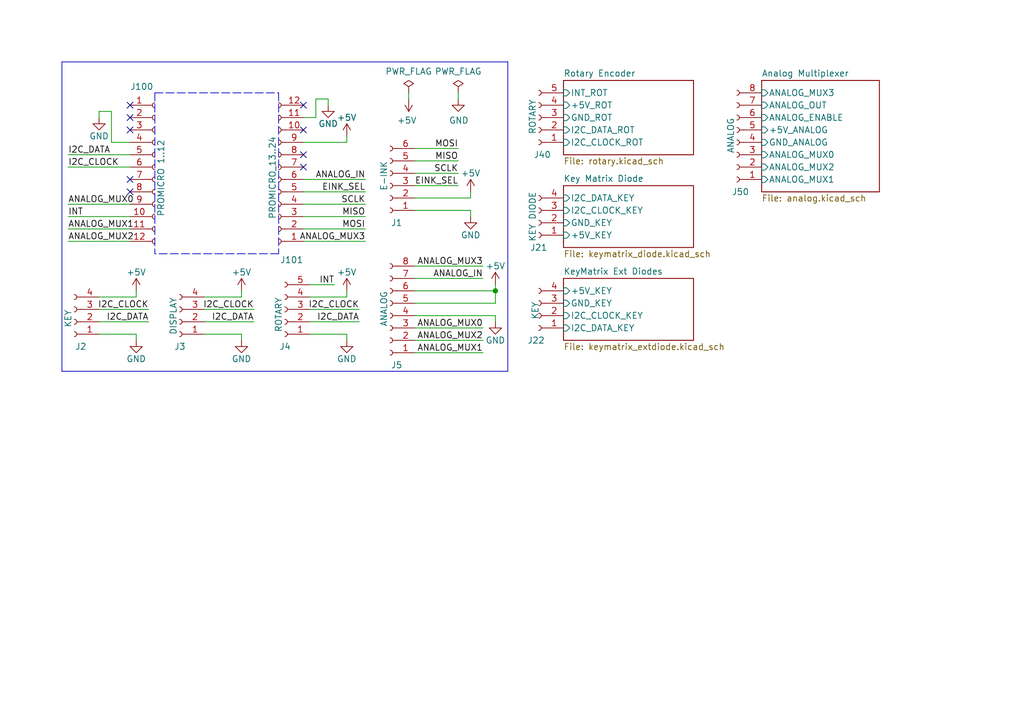
<source format=kicad_sch>
(kicad_sch (version 20211123) (generator eeschema)
  (paper "A5")
  (title_block (title "CIMDID") (date "2022-02-08") (rev "1.0") (comment 1 "@grumpydevelop@contentnation.net") (comment 2 "https://contentnation.net/en/grumpydevelop/cimdit_1"))
  (lib_symbols
    (symbol "Connector:Conn_01x04_Female" (pin_names (offset 1.016) hide)
      (property "Reference" "J" (at 0 5.08 0))
      (property "Value" "Conn_01x04_Female" (at 0 -7.62 0))
      (symbol "Conn_01x04_Female_1_1"
        (arc (start 0 -4.572) (mid -0.508 -5.08) (end 0 -5.588) (stroke (width 0.1524)))
        (arc (start 0 -2.032) (mid -0.508 -2.54) (end 0 -3.048) (stroke (width 0.1524)))
        (polyline (pts (xy -1.27 -5.08) (xy -0.508 -5.08)) (stroke (width 0.1524)))
        (polyline (pts (xy -1.27 -2.54) (xy -0.508 -2.54)) (stroke (width 0.1524)))
        (polyline (pts (xy -1.27 0) (xy -0.508 0)) (stroke (width 0.1524)))
        (polyline (pts (xy -1.27 2.54) (xy -0.508 2.54)) (stroke (width 0.1524)))
        (arc (start 0 0.508) (mid -0.508 0) (end 0 -0.508) (stroke (width 0.1524)))
        (arc (start 0 3.048) (mid -0.508 2.54) (end 0 2.032) (stroke (width 0.1524)))
        (pin passive line (at -5.08 2.54 0) (length 3.81) (name "Pin_1") (number "1"))
        (pin passive line (at -5.08 0 0) (length 3.81) (name "Pin_2") (number "2"))
        (pin passive line (at -5.08 -2.54 0) (length 3.81) (name "Pin_3") (number "3"))
        (pin passive line (at -5.08 -5.08 0) (length 3.81) (name "Pin_4") (number "4"))
      )
    )
    (symbol "Connector:Conn_01x05_Female" (pin_names (offset 1.016) hide)
      (property "Reference" "J" (at 0 7.62 0))
      (property "Value" "Conn_01x05_Female" (at 0 -7.62 0))
      (symbol "Conn_01x05_Female_1_1"
        (arc (start 0 -4.572) (mid -0.508 -5.08) (end 0 -5.588) (stroke (width 0.1524)))
        (arc (start 0 -2.032) (mid -0.508 -2.54) (end 0 -3.048) (stroke (width 0.1524)))
        (polyline (pts (xy -1.27 -5.08) (xy -0.508 -5.08)) (stroke (width 0.1524)))
        (polyline (pts (xy -1.27 -2.54) (xy -0.508 -2.54)) (stroke (width 0.1524)))
        (polyline (pts (xy -1.27 0) (xy -0.508 0)) (stroke (width 0.1524)))
        (polyline (pts (xy -1.27 2.54) (xy -0.508 2.54)) (stroke (width 0.1524)))
        (polyline (pts (xy -1.27 5.08) (xy -0.508 5.08)) (stroke (width 0.1524)))
        (arc (start 0 0.508) (mid -0.508 0) (end 0 -0.508) (stroke (width 0.1524)))
        (arc (start 0 3.048) (mid -0.508 2.54) (end 0 2.032) (stroke (width 0.1524)))
        (arc (start 0 5.588) (mid -0.508 5.08) (end 0 4.572) (stroke (width 0.1524)))
        (pin passive line (at -5.08 5.08 0) (length 3.81) (name "Pin_1") (number "1"))
        (pin passive line (at -5.08 2.54 0) (length 3.81) (name "Pin_2") (number "2"))
        (pin passive line (at -5.08 0 0) (length 3.81) (name "Pin_3") (number "3"))
        (pin passive line (at -5.08 -2.54 0) (length 3.81) (name "Pin_4") (number "4"))
        (pin passive line (at -5.08 -5.08 0) (length 3.81) (name "Pin_5") (number "5"))
      )
    )
    (symbol "Connector:Conn_01x06_Female" (pin_names (offset 1.016) hide)
      (property "Reference" "J" (at 0 7.62 0))
      (property "Value" "Conn_01x06_Female" (at 0 -10.16 0))
      (symbol "Conn_01x06_Female_1_1"
        (arc (start 0 -7.112) (mid -0.508 -7.62) (end 0 -8.128) (stroke (width 0.1524)))
        (arc (start 0 -4.572) (mid -0.508 -5.08) (end 0 -5.588) (stroke (width 0.1524)))
        (arc (start 0 -2.032) (mid -0.508 -2.54) (end 0 -3.048) (stroke (width 0.1524)))
        (polyline (pts (xy -1.27 -7.62) (xy -0.508 -7.62)) (stroke (width 0.1524)))
        (polyline (pts (xy -1.27 -5.08) (xy -0.508 -5.08)) (stroke (width 0.1524)))
        (polyline (pts (xy -1.27 -2.54) (xy -0.508 -2.54)) (stroke (width 0.1524)))
        (polyline (pts (xy -1.27 0) (xy -0.508 0)) (stroke (width 0.1524)))
        (polyline (pts (xy -1.27 2.54) (xy -0.508 2.54)) (stroke (width 0.1524)))
        (polyline (pts (xy -1.27 5.08) (xy -0.508 5.08)) (stroke (width 0.1524)))
        (arc (start 0 0.508) (mid -0.508 0) (end 0 -0.508) (stroke (width 0.1524)))
        (arc (start 0 3.048) (mid -0.508 2.54) (end 0 2.032) (stroke (width 0.1524)))
        (arc (start 0 5.588) (mid -0.508 5.08) (end 0 4.572) (stroke (width 0.1524)))
        (pin passive line (at -5.08 5.08 0) (length 3.81) (name "Pin_1") (number "1"))
        (pin passive line (at -5.08 2.54 0) (length 3.81) (name "Pin_2") (number "2"))
        (pin passive line (at -5.08 0 0) (length 3.81) (name "Pin_3") (number "3"))
        (pin passive line (at -5.08 -2.54 0) (length 3.81) (name "Pin_4") (number "4"))
        (pin passive line (at -5.08 -5.08 0) (length 3.81) (name "Pin_5") (number "5"))
        (pin passive line (at -5.08 -7.62 0) (length 3.81) (name "Pin_6") (number "6"))
      )
    )
    (symbol "Connector:Conn_01x08_Female" (pin_names (offset 1.016) hide)
      (property "Reference" "J" (at 0 10.16 0))
      (property "Value" "Conn_01x08_Female" (at 0 -12.7 0))
      (symbol "Conn_01x08_Female_1_1"
        (arc (start 0 -9.652) (mid -0.508 -10.16) (end 0 -10.668) (stroke (width 0.1524)))
        (arc (start 0 -7.112) (mid -0.508 -7.62) (end 0 -8.128) (stroke (width 0.1524)))
        (arc (start 0 -4.572) (mid -0.508 -5.08) (end 0 -5.588) (stroke (width 0.1524)))
        (arc (start 0 -2.032) (mid -0.508 -2.54) (end 0 -3.048) (stroke (width 0.1524)))
        (polyline (pts (xy -1.27 -10.16) (xy -0.508 -10.16)) (stroke (width 0.1524)))
        (polyline (pts (xy -1.27 -7.62) (xy -0.508 -7.62)) (stroke (width 0.1524)))
        (polyline (pts (xy -1.27 -5.08) (xy -0.508 -5.08)) (stroke (width 0.1524)))
        (polyline (pts (xy -1.27 -2.54) (xy -0.508 -2.54)) (stroke (width 0.1524)))
        (polyline (pts (xy -1.27 0) (xy -0.508 0)) (stroke (width 0.1524)))
        (polyline (pts (xy -1.27 2.54) (xy -0.508 2.54)) (stroke (width 0.1524)))
        (polyline (pts (xy -1.27 5.08) (xy -0.508 5.08)) (stroke (width 0.1524)))
        (polyline (pts (xy -1.27 7.62) (xy -0.508 7.62)) (stroke (width 0.1524)))
        (arc (start 0 0.508) (mid -0.508 0) (end 0 -0.508) (stroke (width 0.1524)))
        (arc (start 0 3.048) (mid -0.508 2.54) (end 0 2.032) (stroke (width 0.1524)))
        (arc (start 0 5.588) (mid -0.508 5.08) (end 0 4.572) (stroke (width 0.1524)))
        (arc (start 0 8.128) (mid -0.508 7.62) (end 0 7.112) (stroke (width 0.1524)))
        (pin passive line (at -5.08 7.62 0) (length 3.81) (name "Pin_1") (number "1"))
        (pin passive line (at -5.08 5.08 0) (length 3.81) (name "Pin_2") (number "2"))
        (pin passive line (at -5.08 2.54 0) (length 3.81) (name "Pin_3") (number "3"))
        (pin passive line (at -5.08 0 0) (length 3.81) (name "Pin_4") (number "4"))
        (pin passive line (at -5.08 -2.54 0) (length 3.81) (name "Pin_5") (number "5"))
        (pin passive line (at -5.08 -5.08 0) (length 3.81) (name "Pin_6") (number "6"))
        (pin passive line (at -5.08 -7.62 0) (length 3.81) (name "Pin_7") (number "7"))
        (pin passive line (at -5.08 -10.16 0) (length 3.81) (name "Pin_8") (number "8"))
      )
    )
    (symbol "Connector:Conn_01x12_Female" (pin_names (offset 1.016) hide)
      (property "Reference" "J" (at 0 15.24 0))
      (property "Value" "Conn_01x12_Female" (at 0 -17.78 0))
      (symbol "Conn_01x12_Female_1_1"
        (arc (start 0 -14.732) (mid -0.508 -15.24) (end 0 -15.748) (stroke (width 0.1524)))
        (arc (start 0 -12.192) (mid -0.508 -12.7) (end 0 -13.208) (stroke (width 0.1524)))
        (arc (start 0 -9.652) (mid -0.508 -10.16) (end 0 -10.668) (stroke (width 0.1524)))
        (arc (start 0 -7.112) (mid -0.508 -7.62) (end 0 -8.128) (stroke (width 0.1524)))
        (arc (start 0 -4.572) (mid -0.508 -5.08) (end 0 -5.588) (stroke (width 0.1524)))
        (arc (start 0 -2.032) (mid -0.508 -2.54) (end 0 -3.048) (stroke (width 0.1524)))
        (polyline (pts (xy -1.27 -15.24) (xy -0.508 -15.24)) (stroke (width 0.1524)))
        (polyline (pts (xy -1.27 -12.7) (xy -0.508 -12.7)) (stroke (width 0.1524)))
        (polyline (pts (xy -1.27 -10.16) (xy -0.508 -10.16)) (stroke (width 0.1524)))
        (polyline (pts (xy -1.27 -7.62) (xy -0.508 -7.62)) (stroke (width 0.1524)))
        (polyline (pts (xy -1.27 -5.08) (xy -0.508 -5.08)) (stroke (width 0.1524)))
        (polyline (pts (xy -1.27 -2.54) (xy -0.508 -2.54)) (stroke (width 0.1524)))
        (polyline (pts (xy -1.27 0) (xy -0.508 0)) (stroke (width 0.1524)))
        (polyline (pts (xy -1.27 2.54) (xy -0.508 2.54)) (stroke (width 0.1524)))
        (polyline (pts (xy -1.27 5.08) (xy -0.508 5.08)) (stroke (width 0.1524)))
        (polyline (pts (xy -1.27 7.62) (xy -0.508 7.62)) (stroke (width 0.1524)))
        (polyline (pts (xy -1.27 10.16) (xy -0.508 10.16)) (stroke (width 0.1524)))
        (polyline (pts (xy -1.27 12.7) (xy -0.508 12.7)) (stroke (width 0.1524)))
        (arc (start 0 0.508) (mid -0.508 0) (end 0 -0.508) (stroke (width 0.1524)))
        (arc (start 0 3.048) (mid -0.508 2.54) (end 0 2.032) (stroke (width 0.1524)))
        (arc (start 0 5.588) (mid -0.508 5.08) (end 0 4.572) (stroke (width 0.1524)))
        (arc (start 0 8.128) (mid -0.508 7.62) (end 0 7.112) (stroke (width 0.1524)))
        (arc (start 0 10.668) (mid -0.508 10.16) (end 0 9.652) (stroke (width 0.1524)))
        (arc (start 0 13.208) (mid -0.508 12.7) (end 0 12.192) (stroke (width 0.1524)))
        (pin passive line (at -5.08 12.7 0) (length 3.81) (name "Pin_1") (number "1"))
        (pin passive line (at -5.08 -10.16 0) (length 3.81) (name "Pin_10") (number "10"))
        (pin passive line (at -5.08 -12.7 0) (length 3.81) (name "Pin_11") (number "11"))
        (pin passive line (at -5.08 -15.24 0) (length 3.81) (name "Pin_12") (number "12"))
        (pin passive line (at -5.08 10.16 0) (length 3.81) (name "Pin_2") (number "2"))
        (pin passive line (at -5.08 7.62 0) (length 3.81) (name "Pin_3") (number "3"))
        (pin passive line (at -5.08 5.08 0) (length 3.81) (name "Pin_4") (number "4"))
        (pin passive line (at -5.08 2.54 0) (length 3.81) (name "Pin_5") (number "5"))
        (pin passive line (at -5.08 0 0) (length 3.81) (name "Pin_6") (number "6"))
        (pin passive line (at -5.08 -2.54 0) (length 3.81) (name "Pin_7") (number "7"))
        (pin passive line (at -5.08 -5.08 0) (length 3.81) (name "Pin_8") (number "8"))
        (pin passive line (at -5.08 -7.62 0) (length 3.81) (name "Pin_9") (number "9"))
      )
    )
    (symbol "power:+5V" (power) (pin_names (offset 0))
      (property "Value" "+5V" (at 0 3.556 0))
      (symbol "+5V_0_1"
        (polyline (pts (xy -0.762 1.27) (xy 0 2.54)))
        (polyline (pts (xy 0 0) (xy 0 2.54)))
        (polyline (pts (xy 0 2.54) (xy 0.762 1.27)))
      )
      (symbol "+5V_1_1"
        (pin power_in line (at 0 0 90) (length 0) hide (name "+5V") (number "1"))
      )
    )
    (symbol "power:GND" (power) (pin_names (offset 0))
      (property "Value" "GND" (at 0 -3.81 0))
      (symbol "GND_0_1"
        (polyline (pts (xy 0 0) (xy 0 -1.27) (xy 1.27 -1.27) (xy 0 -2.54) (xy -1.27 -1.27) (xy 0 -1.27)))
      )
      (symbol "GND_1_1"
        (pin power_in line (at 0 0 270) (length 0) hide (name "GND") (number "1"))
      )
    )
    (symbol "power:PWR_FLAG" (power) (pin_numbers hide) (pin_names (offset 0) hide)
      (property "Value" "PWR_FLAG" (at 0 3.81 0))
      (symbol "PWR_FLAG_0_0"
        (pin power_out line (at 0 0 90) (length 0) (name "pwr") (number "1"))
      )
      (symbol "PWR_FLAG_0_1"
        (polyline (pts (xy 0 0) (xy 0 1.27) (xy -1.016 1.905) (xy 0 2.54) (xy 1.016 1.905) (xy 0 1.27)))
      )
    )
  )
  (junction (at 101.6 59.69))
  (no_connect (at 26.67 26.67))
  (no_connect (at 26.67 36.83))
  (no_connect (at 62.23 26.67))
  (no_connect (at 26.67 39.37))
  (no_connect (at 26.67 24.13))
  (no_connect (at 62.23 21.59))
  (no_connect (at 26.67 21.59))
  (no_connect (at 62.23 31.75))
  (no_connect (at 62.23 34.29))
  (wire (pts (xy 101.6 64.77) (xy 101.6 66.04)))
  (wire (pts (xy 99.06 54.61) (xy 85.09 54.61)))
  (wire (pts (xy 62.23 39.37) (xy 74.93 39.37)))
  (polyline (pts (xy 104.14 12.7) (xy 104.14 76.2)) (stroke (width 0) (type solid)))
  (wire (pts (xy 85.09 67.31) (xy 99.06 67.31)))
  (wire (pts (xy 49.53 69.85) (xy 49.53 68.58)))
  (wire (pts (xy 62.23 24.13) (xy 64.77 24.13)))
  (wire (pts (xy 99.06 57.15) (xy 85.09 57.15)))
  (wire (pts (xy 64.77 20.32) (xy 67.31 20.32)))
  (wire (pts (xy 30.48 66.04) (xy 20.32 66.04)))
  (wire (pts (xy 85.09 43.18) (xy 96.52 43.18)))
  (wire (pts (xy 96.52 40.64) (xy 96.52 39.37)))
  (wire (pts (xy 64.77 24.13) (xy 64.77 20.32)))
  (wire (pts (xy 26.67 41.91) (xy 13.97 41.91)))
  (wire (pts (xy 85.09 30.48) (xy 93.98 30.48)))
  (wire (pts (xy 71.12 68.58) (xy 63.5 68.58)))
  (wire (pts (xy 26.67 46.99) (xy 13.97 46.99)))
  (wire (pts (xy 74.93 36.83) (xy 62.23 36.83)))
  (wire (pts (xy 101.6 62.23) (xy 101.6 59.69)))
  (wire (pts (xy 67.31 20.32) (xy 67.31 21.59)))
  (polyline (pts (xy 57.15 52.07) (xy 31.75 52.07)))
  (wire (pts (xy 93.98 33.02) (xy 85.09 33.02)))
  (wire (pts (xy 62.23 44.45) (xy 74.93 44.45)))
  (wire (pts (xy 26.67 49.53) (xy 13.97 49.53)))
  (wire (pts (xy 22.86 29.21) (xy 22.86 22.86)))
  (wire (pts (xy 83.82 20.32) (xy 83.82 19.05)))
  (wire (pts (xy 96.52 44.45) (xy 96.52 43.18)))
  (wire (pts (xy 73.66 63.5) (xy 63.5 63.5)))
  (wire (pts (xy 62.23 29.21) (xy 71.12 29.21)))
  (wire (pts (xy 85.09 62.23) (xy 101.6 62.23)))
  (wire (pts (xy 93.98 19.05) (xy 93.98 20.32)))
  (wire (pts (xy 27.94 68.58) (xy 20.32 68.58)))
  (wire (pts (xy 101.6 59.69) (xy 85.09 59.69)))
  (wire (pts (xy 63.5 58.42) (xy 68.58 58.42)))
  (wire (pts (xy 85.09 40.64) (xy 96.52 40.64)))
  (wire (pts (xy 27.94 60.96) (xy 20.32 60.96)))
  (wire (pts (xy 62.23 49.53) (xy 74.93 49.53)))
  (wire (pts (xy 101.6 58.42) (xy 101.6 59.69)))
  (polyline (pts (xy 104.14 76.2) (xy 12.7 76.2)) (stroke (width 0) (type solid)))
  (wire (pts (xy 93.98 38.1) (xy 85.09 38.1)))
  (polyline (pts (xy 57.15 19.05) (xy 57.15 52.07)))
  (wire (pts (xy 63.5 60.96) (xy 71.12 60.96)))
  (polyline (pts (xy 12.7 12.7) (xy 104.14 12.7)) (stroke (width 0) (type solid)))
  (polyline (pts (xy 31.75 19.05) (xy 57.15 19.05)))
  (wire (pts (xy 22.86 22.86) (xy 20.32 22.86)))
  (wire (pts (xy 27.94 60.96) (xy 27.94 59.69)))
  (wire (pts (xy 26.67 29.21) (xy 22.86 29.21)))
  (wire (pts (xy 71.12 60.96) (xy 71.12 59.69)))
  (wire (pts (xy 101.6 64.77) (xy 85.09 64.77)))
  (wire (pts (xy 41.91 63.5) (xy 52.07 63.5)))
  (wire (pts (xy 85.09 72.39) (xy 99.06 72.39)))
  (wire (pts (xy 27.94 69.85) (xy 27.94 68.58)))
  (wire (pts (xy 99.06 69.85) (xy 85.09 69.85)))
  (wire (pts (xy 26.67 34.29) (xy 13.97 34.29)))
  (wire (pts (xy 62.23 46.99) (xy 74.93 46.99)))
  (wire (pts (xy 49.53 60.96) (xy 41.91 60.96)))
  (polyline (pts (xy 12.7 12.7) (xy 12.7 76.2)) (stroke (width 0) (type solid)))
  (wire (pts (xy 26.67 44.45) (xy 13.97 44.45)))
  (polyline (pts (xy 31.75 19.05) (xy 31.75 52.07)))
  (wire (pts (xy 71.12 68.58) (xy 71.12 69.85)))
  (wire (pts (xy 71.12 29.21) (xy 71.12 27.94)))
  (wire (pts (xy 26.67 31.75) (xy 13.97 31.75)))
  (wire (pts (xy 49.53 68.58) (xy 41.91 68.58)))
  (wire (pts (xy 63.5 66.04) (xy 73.66 66.04)))
  (wire (pts (xy 49.53 60.96) (xy 49.53 59.69)))
  (wire (pts (xy 20.32 63.5) (xy 30.48 63.5)))
  (wire (pts (xy 52.07 66.04) (xy 41.91 66.04)))
  (wire (pts (xy 62.23 41.91) (xy 74.93 41.91)))
  (wire (pts (xy 20.32 22.86) (xy 20.32 24.13)))
  (wire (pts (xy 93.98 35.56) (xy 85.09 35.56)))
  (label "ANALOG_MUX0" (at 13.97 41.91 0))
  (label "I2C_DATA" (at 73.66 66.04 180))
  (label "ANALOG_MUX3" (at 74.93 49.53 180))
  (label "EINK_SEL" (at 74.93 39.37 180))
  (label "MISO" (at 74.93 44.45 180))
  (label "I2C_CLOCK" (at 13.97 34.29 0))
  (label "ANALOG_IN" (at 99.06 57.15 180))
  (label "ANALOG_IN" (at 74.93 36.83 180))
  (label "ANALOG_MUX1" (at 13.97 46.99 0))
  (label "MISO" (at 93.98 33.02 180))
  (label "I2C_CLOCK" (at 73.66 63.5 180))
  (label "ANALOG_MUX0" (at 99.06 67.31 180))
  (label "INT" (at 68.58 58.42 180))
  (label "MOSI" (at 74.93 46.99 180))
  (label "SCLK" (at 93.98 35.56 180))
  (label "INT" (at 13.97 44.45 0))
  (label "I2C_DATA" (at 13.97 31.75 0))
  (label "ANALOG_MUX2" (at 99.06 69.85 180))
  (label "EINK_SEL" (at 93.98 38.1 180))
  (label "ANALOG_MUX1" (at 99.06 72.39 180))
  (label "I2C_DATA" (at 52.07 66.04 180))
  (label "ANALOG_MUX2" (at 13.97 49.53 0))
  (label "I2C_DATA" (at 30.48 66.04 180))
  (label "I2C_CLOCK" (at 52.07 63.5 180))
  (label "I2C_CLOCK" (at 30.48 63.5 180))
  (label "MOSI" (at 93.98 30.48 180))
  (label "SCLK" (at 74.93 41.91 180))
  (label "ANALOG_MUX3" (at 99.06 54.61 180))
  (symbol (lib_id "power:GND") (at 67.31 21.59 0) (unit 1)
    (property "Reference" "#PWR0107" (effects hide))
    (property "Value" "GND" (at 67.31 25.4 0))
  )
  (symbol (lib_id "power:+5V") (at 71.12 27.94 0) (unit 1)
    (property "Reference" "#PWR0105" (effects hide))
    (property "Value" "+5V" (at 71.12 24.13 0))
  )
  (symbol (lib_id "Connector:Conn_01x04_Female") (at 36.83 66.04 180) (unit 1)
    (property "Reference" "J3" (at 38.1 71.12 0) (effects (justify left)))
    (property "Value" "DISPLAY" (at 35.56 60.96 90) (effects (justify left)))
    (property "Footprint" "Connector_PinSocket_2.54mm:PinSocket_1x04_P2.54mm_Vertical" (effects hide))
  )
  (symbol (lib_id "power:+5V") (at 49.53 59.69 0) (unit 1)
    (property "Reference" "#PWR0103" (effects hide))
    (property "Value" "+5V" (at 49.53 55.88 0))
  )
  (symbol (lib_id "power:GND") (at 49.53 69.85 0) (unit 1)
    (property "Reference" "#PWR0115" (effects hide))
    (property "Value" "GND" (at 49.53 73.66 0))
  )
  (symbol (lib_id "Connector:Conn_01x05_Female") (at 58.42 63.5 180) (unit 1)
    (property "Reference" "J4" (at 59.69 71.12 0) (effects (justify left)))
    (property "Value" "ROTARY" (at 57.15 60.96 90) (effects (justify left)))
    (property "Footprint" "Connector_PinSocket_2.54mm:PinSocket_1x05_P2.54mm_Vertical" (effects hide))
  )
  (symbol (lib_id "power:+5V") (at 71.12 59.69 0) (unit 1)
    (property "Reference" "#PWR0101" (effects hide))
    (property "Value" "+5V" (at 71.12 55.88 0))
  )
  (symbol (lib_id "power:GND") (at 71.12 69.85 0) (unit 1)
    (property "Reference" "#PWR0113" (effects hide))
    (property "Value" "GND" (at 71.12 73.66 0))
  )
  (symbol (lib_id "Connector:Conn_01x04_Female") (at 15.24 66.04 180) (unit 1)
    (property "Reference" "J2" (at 17.78 71.12 0) (effects (justify left)))
    (property "Value" "KEY" (at 13.97 63.5 90) (effects (justify left)))
    (property "Footprint" "Connector_PinSocket_2.54mm:PinSocket_1x04_P2.54mm_Vertical" (effects hide))
  )
  (symbol (lib_id "power:+5V") (at 27.94 59.69 0) (unit 1)
    (property "Reference" "#PWR0112" (effects hide))
    (property "Value" "+5V" (at 27.94 55.88 0))
  )
  (symbol (lib_id "power:GND") (at 27.94 69.85 0) (unit 1)
    (property "Reference" "#PWR0114" (effects hide))
    (property "Value" "GND" (at 27.94 73.66 0))
  )
  (symbol (lib_id "power:PWR_FLAG") (at 83.82 19.05 0) (unit 1)
    (property "Reference" "#FLG0102" (effects hide))
    (property "Value" "PWR_FLAG" (at 83.82 14.6558 0))
  )
  (symbol (lib_id "power:+5V") (at 83.82 20.32 180) (unit 1)
    (property "Reference" "#PWR0106" (effects hide))
    (property "Value" "+5V" (at 83.439 24.7142 0))
  )
  (symbol (lib_id "power:PWR_FLAG") (at 93.98 19.05 0) (unit 1)
    (property "Reference" "#FLG0101" (effects hide))
    (property "Value" "PWR_FLAG" (at 93.98 14.6558 0))
  )
  (symbol (lib_id "power:GND") (at 93.98 20.32 0) (unit 1)
    (property "Reference" "#PWR0108" (effects hide))
    (property "Value" "GND" (at 94.107 24.7142 0))
  )
  (symbol (lib_id "Connector:Conn_01x08_Female") (at 80.01 64.77 180) (unit 1)
    (property "Reference" "J5" (at 82.55 74.93 0) (effects (justify left)))
    (property "Value" "ANALOG" (at 78.74 59.69 90) (effects (justify left)))
    (property "Footprint" "Connector_PinSocket_2.54mm:PinSocket_1x08_P2.54mm_Vertical" (effects hide))
  )
  (symbol (lib_id "power:+5V") (at 101.6 58.42 0) (unit 1)
    (property "Reference" "#PWR0102" (effects hide))
    (property "Value" "+5V" (at 101.6 54.61 0))
  )
  (symbol (lib_id "power:GND") (at 101.6 66.04 0) (unit 1)
    (property "Reference" "#PWR0104" (effects hide))
    (property "Value" "GND" (at 101.6 69.85 0))
  )
  (symbol (lib_id "Connector:Conn_01x06_Female") (at 80.01 38.1 180) (unit 1)
    (property "Reference" "J1" (at 82.55 45.72 0) (effects (justify left)))
    (property "Value" "E-INK" (at 78.74 33.02 90) (effects (justify left)))
    (property "Footprint" "Connector_PinSocket_2.54mm:PinSocket_1x06_P2.54mm_Vertical" (effects hide))
  )
  (symbol (lib_id "power:GND") (at 96.52 44.45 0) (unit 1)
    (property "Reference" "#PWR0110" (effects hide))
    (property "Value" "GND" (at 96.52 48.26 0))
  )
  (symbol (lib_id "power:+5V") (at 96.52 39.37 0) (unit 1)
    (property "Reference" "#PWR0109" (effects hide))
    (property "Value" "+5V" (at 96.52 35.56 0))
  )
  (symbol (lib_id "power:GND") (at 20.32 24.13 0) (unit 1)
    (property "Reference" "#PWR0111" (effects hide))
    (property "Value" "GND" (at 20.32 27.94 0))
  )
  (symbol (lib_id "Connector:Conn_01x12_Female") (at 31.75 34.29 0) (unit 1)
    (property "Reference" "J100" (at 26.67 17.78 0) (effects (justify left)))
    (property "Value" "PROMICRO 1..12" (at 33.02 44.45 90) (effects (justify left)))
    (property "Footprint" "Connector_PinSocket_2.54mm:PinSocket_1x12_P2.54mm_Vertical" (effects hide))
  )
  (symbol (lib_id "Connector:Conn_01x04_Female") (at 110.49 64.77 180) (unit 1)
    (property "Reference" "J22" (at 111.76 69.85 0) (effects (justify left)))
    (property "Value" "KEY" (at 109.7788 61.849 90) (effects (justify left)))
    (property "Footprint" "Connector_PinSocket_2.54mm:PinSocket_1x04_P2.54mm_Vertical" (effects hide))
  )
  (symbol (lib_id "Connector:Conn_01x08_Female") (at 151.13 29.21 180) (unit 1)
    (property "Reference" "J50" (at 153.67 39.37 0) (effects (justify left)))
    (property "Value" "ANALOG" (at 149.86 24.13 90) (effects (justify left)))
    (property "Footprint" "Connector_PinSocket_2.54mm:PinSocket_1x08_P2.54mm_Vertical" (effects hide))
  )
  (symbol (lib_id "Connector:Conn_01x05_Female") (at 110.49 24.13 180) (unit 1)
    (property "Reference" "J40" (at 113.03 31.75 0) (effects (justify left)))
    (property "Value" "ROTARY" (at 109.22 20.32 90) (effects (justify left)))
    (property "Footprint" "Connector_PinSocket_2.54mm:PinSocket_1x05_P2.54mm_Vertical" (effects hide))
  )
  (symbol (lib_id "Connector:Conn_01x04_Female") (at 110.49 45.72 180) (unit 1)
    (property "Reference" "J21" (at 110.49 50.8 0))
    (property "Value" "KEY DIODE" (at 109.22 44.45 90))
    (property "Footprint" "Connector_PinSocket_2.54mm:PinSocket_1x04_P2.54mm_Vertical" (effects hide))
  )
  (symbol (lib_id "Connector:Conn_01x12_Female") (at 57.15 36.83 180) (unit 1)
    (property "Reference" "J101" (at 62.23 53.34 0) (effects (justify left)))
    (property "Value" "PROMICRO_13..24" (at 55.88 27.94 90) (effects (justify left)))
    (property "Footprint" "Connector_PinSocket_2.54mm:PinSocket_1x12_P2.54mm_Vertical" (effects hide))
  )
  (sheet (at 115.57 16.51) (size 26.67 15.24) (stroke (width 0.1524))
    (property "Sheet name" "Rotary Encoder" (at 115.57 15.7984 0) (effects (justify left bottom)))
    (property "Sheet file" "rotary.kicad_sch" (at 115.57 32.3346 0) (effects (justify left top)))
    (pin "+5V_ROT" input (at 115.57 21.59 180))
    (pin "GND_ROT" input (at 115.57 24.13 180))
    (pin "I2C_DATA_ROT" input (at 115.57 26.67 180))
    (pin "INT_ROT" input (at 115.57 19.05 180))
    (pin "I2C_CLOCK_ROT" input (at 115.57 29.21 180))
  )
  (sheet (at 156.21 16.51) (size 24.13 22.86) (stroke (width 0.1524))
    (property "Sheet name" "Analog Multiplexer" (at 156.21 15.7984 0) (effects (justify left bottom)))
    (property "Sheet file" "analog.kicad_sch" (at 156.21 39.9546 0) (effects (justify left top)))
    (pin "ANALOG_MUX0" input (at 156.21 31.75 180))
    (pin "ANALOG_MUX1" input (at 156.21 36.83 180))
    (pin "ANALOG_MUX2" input (at 156.21 34.29 180))
    (pin "ANALOG_MUX3" input (at 156.21 19.05 180))
    (pin "GND_ANALOG" input (at 156.21 29.21 180))
    (pin "+5V_ANALOG" input (at 156.21 26.67 180))
    (pin "ANALOG_OUT" input (at 156.21 21.59 180))
    (pin "ANALOG_ENABLE" input (at 156.21 24.13 180))
  )
  (sheet (at 115.57 57.15) (size 26.67 12.7) (stroke (width 0.1524))
    (property "Sheet name" "KeyMatrix Ext Diodes" (at 115.57 56.4384 0) (effects (justify left bottom)))
    (property "Sheet file" "keymatrix_extdiode.kicad_sch" (at 115.57 70.4346 0) (effects (justify left top)))
    (pin "I2C_CLOCK_KEY" input (at 115.57 64.77 180))
    (pin "GND_KEY" input (at 115.57 62.23 180))
    (pin "I2C_DATA_KEY" input (at 115.57 67.31 180))
    (pin "+5V_KEY" input (at 115.57 59.69 180))
  )
  (sheet (at 115.57 38.1) (size 26.67 12.7) (stroke (width 0.1524))
    (property "Sheet name" "Key Matrix Diode" (at 115.57 37.3884 0) (effects (justify left bottom)))
    (property "Sheet file" "keymatrix_diode.kicad_sch" (at 115.57 51.3846 0) (effects (justify left top)))
    (pin "I2C_CLOCK_KEY" input (at 115.57 43.18 180))
    (pin "+5V_KEY" input (at 115.57 48.26 180))
    (pin "GND_KEY" input (at 115.57 45.72 180))
    (pin "I2C_DATA_KEY" input (at 115.57 40.64 180))
  )
)
</source>
